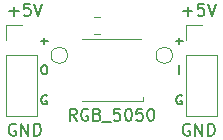
<source format=gbr>
G04 #@! TF.GenerationSoftware,KiCad,Pcbnew,(5.1.7-0-10_14)*
G04 #@! TF.CreationDate,2020-10-07T21:58:26-07:00*
G04 #@! TF.ProjectId,RGB5050_mount,52474235-3035-4305-9f6d-6f756e742e6b,1*
G04 #@! TF.SameCoordinates,Original*
G04 #@! TF.FileFunction,Legend,Top*
G04 #@! TF.FilePolarity,Positive*
%FSLAX46Y46*%
G04 Gerber Fmt 4.6, Leading zero omitted, Abs format (unit mm)*
G04 Created by KiCad (PCBNEW (5.1.7-0-10_14)) date 2020-10-07 21:58:26*
%MOMM*%
%LPD*%
G01*
G04 APERTURE LIST*
%ADD10C,0.152400*%
%ADD11C,0.127000*%
%ADD12C,0.120000*%
%ADD13C,0.150000*%
G04 APERTURE END LIST*
D10*
X156448155Y-86487000D02*
X156351393Y-86438619D01*
X156206250Y-86438619D01*
X156061107Y-86487000D01*
X155964345Y-86583761D01*
X155915964Y-86680523D01*
X155867583Y-86874047D01*
X155867583Y-87019190D01*
X155915964Y-87212714D01*
X155964345Y-87309476D01*
X156061107Y-87406238D01*
X156206250Y-87454619D01*
X156303012Y-87454619D01*
X156448155Y-87406238D01*
X156496536Y-87357857D01*
X156496536Y-87019190D01*
X156303012Y-87019190D01*
X156931964Y-87454619D02*
X156931964Y-86438619D01*
X157512536Y-87454619D01*
X157512536Y-86438619D01*
X157996345Y-87454619D02*
X157996345Y-86438619D01*
X158238250Y-86438619D01*
X158383393Y-86487000D01*
X158480155Y-86583761D01*
X158528536Y-86680523D01*
X158576917Y-86874047D01*
X158576917Y-87019190D01*
X158528536Y-87212714D01*
X158480155Y-87309476D01*
X158383393Y-87406238D01*
X158238250Y-87454619D01*
X157996345Y-87454619D01*
X141723654Y-86487000D02*
X141626892Y-86438619D01*
X141481749Y-86438619D01*
X141336606Y-86487000D01*
X141239844Y-86583761D01*
X141191463Y-86680523D01*
X141143082Y-86874047D01*
X141143082Y-87019190D01*
X141191463Y-87212714D01*
X141239844Y-87309476D01*
X141336606Y-87406238D01*
X141481749Y-87454619D01*
X141578511Y-87454619D01*
X141723654Y-87406238D01*
X141772035Y-87357857D01*
X141772035Y-87019190D01*
X141578511Y-87019190D01*
X142207463Y-87454619D02*
X142207463Y-86438619D01*
X142788035Y-87454619D01*
X142788035Y-86438619D01*
X143271844Y-87454619D02*
X143271844Y-86438619D01*
X143513749Y-86438619D01*
X143658892Y-86487000D01*
X143755654Y-86583761D01*
X143804035Y-86680523D01*
X143852416Y-86874047D01*
X143852416Y-87019190D01*
X143804035Y-87212714D01*
X143755654Y-87309476D01*
X143658892Y-87406238D01*
X143513749Y-87454619D01*
X143271844Y-87454619D01*
X155915964Y-76907571D02*
X156690060Y-76907571D01*
X156303012Y-77294619D02*
X156303012Y-76520523D01*
X157657679Y-76278619D02*
X157173869Y-76278619D01*
X157125488Y-76762428D01*
X157173869Y-76714047D01*
X157270631Y-76665666D01*
X157512536Y-76665666D01*
X157609298Y-76714047D01*
X157657679Y-76762428D01*
X157706060Y-76859190D01*
X157706060Y-77101095D01*
X157657679Y-77197857D01*
X157609298Y-77246238D01*
X157512536Y-77294619D01*
X157270631Y-77294619D01*
X157173869Y-77246238D01*
X157125488Y-77197857D01*
X157996345Y-76278619D02*
X158335012Y-77294619D01*
X158673679Y-76278619D01*
X141191463Y-76907571D02*
X141965559Y-76907571D01*
X141578511Y-77294619D02*
X141578511Y-76520523D01*
X142933178Y-76278619D02*
X142449368Y-76278619D01*
X142400987Y-76762428D01*
X142449368Y-76714047D01*
X142546130Y-76665666D01*
X142788035Y-76665666D01*
X142884797Y-76714047D01*
X142933178Y-76762428D01*
X142981559Y-76859190D01*
X142981559Y-77101095D01*
X142933178Y-77197857D01*
X142884797Y-77246238D01*
X142788035Y-77294619D01*
X142546130Y-77294619D01*
X142449368Y-77246238D01*
X142400987Y-77197857D01*
X143271844Y-76278619D02*
X143610511Y-77294619D01*
X143949178Y-76278619D01*
D11*
X155774571Y-84074000D02*
X155702000Y-84037714D01*
X155593142Y-84037714D01*
X155484285Y-84074000D01*
X155411714Y-84146571D01*
X155375428Y-84219142D01*
X155339142Y-84364285D01*
X155339142Y-84473142D01*
X155375428Y-84618285D01*
X155411714Y-84690857D01*
X155484285Y-84763428D01*
X155593142Y-84799714D01*
X155665714Y-84799714D01*
X155774571Y-84763428D01*
X155810857Y-84727142D01*
X155810857Y-84473142D01*
X155665714Y-84473142D01*
X144072428Y-81497714D02*
X144217571Y-81497714D01*
X144290142Y-81534000D01*
X144362714Y-81606571D01*
X144399000Y-81751714D01*
X144399000Y-82005714D01*
X144362714Y-82150857D01*
X144290142Y-82223428D01*
X144217571Y-82259714D01*
X144072428Y-82259714D01*
X143999857Y-82223428D01*
X143927285Y-82150857D01*
X143891000Y-82005714D01*
X143891000Y-81751714D01*
X143927285Y-81606571D01*
X143999857Y-81534000D01*
X144072428Y-81497714D01*
X155284714Y-79429428D02*
X155865285Y-79429428D01*
X155575000Y-79719714D02*
X155575000Y-79139142D01*
X144344571Y-84074000D02*
X144272000Y-84037714D01*
X144163142Y-84037714D01*
X144054285Y-84074000D01*
X143981714Y-84146571D01*
X143945428Y-84219142D01*
X143909142Y-84364285D01*
X143909142Y-84473142D01*
X143945428Y-84618285D01*
X143981714Y-84690857D01*
X144054285Y-84763428D01*
X144163142Y-84799714D01*
X144235714Y-84799714D01*
X144344571Y-84763428D01*
X144380857Y-84727142D01*
X144380857Y-84473142D01*
X144235714Y-84473142D01*
X155575000Y-82259714D02*
X155575000Y-81497714D01*
X143854714Y-79429428D02*
X144435285Y-79429428D01*
X144145000Y-79719714D02*
X144145000Y-79139142D01*
D12*
X152480000Y-84535000D02*
X147360000Y-84535000D01*
X152360000Y-79295000D02*
X147360000Y-79295000D01*
X152480000Y-84215000D02*
X152480000Y-84535000D01*
X148328748Y-77370000D02*
X148851252Y-77370000D01*
X148328748Y-78840000D02*
X148851252Y-78840000D01*
X146115000Y-80645000D02*
G75*
G03*
X146115000Y-80645000I-700000J0D01*
G01*
X155005000Y-80645000D02*
G75*
G03*
X155005000Y-80645000I-700000J0D01*
G01*
X156150000Y-85785000D02*
X158810000Y-85785000D01*
X156150000Y-80645000D02*
X156150000Y-85785000D01*
X158810000Y-80645000D02*
X158810000Y-85785000D01*
X156150000Y-80645000D02*
X158810000Y-80645000D01*
X156150000Y-79375000D02*
X156150000Y-78045000D01*
X156150000Y-78045000D02*
X157480000Y-78045000D01*
X140910000Y-78045000D02*
X142240000Y-78045000D01*
X140910000Y-79375000D02*
X140910000Y-78045000D01*
X140910000Y-80645000D02*
X143570000Y-80645000D01*
X143570000Y-80645000D02*
X143570000Y-85785000D01*
X140910000Y-80645000D02*
X140910000Y-85785000D01*
X140910000Y-85785000D02*
X143570000Y-85785000D01*
D13*
X146883809Y-86177380D02*
X146550476Y-85701190D01*
X146312380Y-86177380D02*
X146312380Y-85177380D01*
X146693333Y-85177380D01*
X146788571Y-85225000D01*
X146836190Y-85272619D01*
X146883809Y-85367857D01*
X146883809Y-85510714D01*
X146836190Y-85605952D01*
X146788571Y-85653571D01*
X146693333Y-85701190D01*
X146312380Y-85701190D01*
X147836190Y-85225000D02*
X147740952Y-85177380D01*
X147598095Y-85177380D01*
X147455238Y-85225000D01*
X147360000Y-85320238D01*
X147312380Y-85415476D01*
X147264761Y-85605952D01*
X147264761Y-85748809D01*
X147312380Y-85939285D01*
X147360000Y-86034523D01*
X147455238Y-86129761D01*
X147598095Y-86177380D01*
X147693333Y-86177380D01*
X147836190Y-86129761D01*
X147883809Y-86082142D01*
X147883809Y-85748809D01*
X147693333Y-85748809D01*
X148645714Y-85653571D02*
X148788571Y-85701190D01*
X148836190Y-85748809D01*
X148883809Y-85844047D01*
X148883809Y-85986904D01*
X148836190Y-86082142D01*
X148788571Y-86129761D01*
X148693333Y-86177380D01*
X148312380Y-86177380D01*
X148312380Y-85177380D01*
X148645714Y-85177380D01*
X148740952Y-85225000D01*
X148788571Y-85272619D01*
X148836190Y-85367857D01*
X148836190Y-85463095D01*
X148788571Y-85558333D01*
X148740952Y-85605952D01*
X148645714Y-85653571D01*
X148312380Y-85653571D01*
X149074285Y-86272619D02*
X149836190Y-86272619D01*
X150550476Y-85177380D02*
X150074285Y-85177380D01*
X150026666Y-85653571D01*
X150074285Y-85605952D01*
X150169523Y-85558333D01*
X150407619Y-85558333D01*
X150502857Y-85605952D01*
X150550476Y-85653571D01*
X150598095Y-85748809D01*
X150598095Y-85986904D01*
X150550476Y-86082142D01*
X150502857Y-86129761D01*
X150407619Y-86177380D01*
X150169523Y-86177380D01*
X150074285Y-86129761D01*
X150026666Y-86082142D01*
X151217142Y-85177380D02*
X151312380Y-85177380D01*
X151407619Y-85225000D01*
X151455238Y-85272619D01*
X151502857Y-85367857D01*
X151550476Y-85558333D01*
X151550476Y-85796428D01*
X151502857Y-85986904D01*
X151455238Y-86082142D01*
X151407619Y-86129761D01*
X151312380Y-86177380D01*
X151217142Y-86177380D01*
X151121904Y-86129761D01*
X151074285Y-86082142D01*
X151026666Y-85986904D01*
X150979047Y-85796428D01*
X150979047Y-85558333D01*
X151026666Y-85367857D01*
X151074285Y-85272619D01*
X151121904Y-85225000D01*
X151217142Y-85177380D01*
X152455238Y-85177380D02*
X151979047Y-85177380D01*
X151931428Y-85653571D01*
X151979047Y-85605952D01*
X152074285Y-85558333D01*
X152312380Y-85558333D01*
X152407619Y-85605952D01*
X152455238Y-85653571D01*
X152502857Y-85748809D01*
X152502857Y-85986904D01*
X152455238Y-86082142D01*
X152407619Y-86129761D01*
X152312380Y-86177380D01*
X152074285Y-86177380D01*
X151979047Y-86129761D01*
X151931428Y-86082142D01*
X153121904Y-85177380D02*
X153217142Y-85177380D01*
X153312380Y-85225000D01*
X153360000Y-85272619D01*
X153407619Y-85367857D01*
X153455238Y-85558333D01*
X153455238Y-85796428D01*
X153407619Y-85986904D01*
X153360000Y-86082142D01*
X153312380Y-86129761D01*
X153217142Y-86177380D01*
X153121904Y-86177380D01*
X153026666Y-86129761D01*
X152979047Y-86082142D01*
X152931428Y-85986904D01*
X152883809Y-85796428D01*
X152883809Y-85558333D01*
X152931428Y-85367857D01*
X152979047Y-85272619D01*
X153026666Y-85225000D01*
X153121904Y-85177380D01*
M02*

</source>
